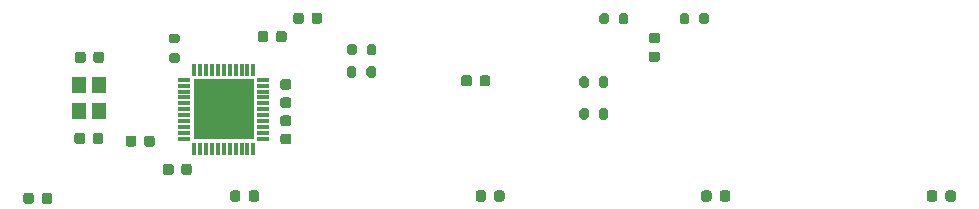
<source format=gbr>
%TF.GenerationSoftware,KiCad,Pcbnew,(5.1.7)-1*%
%TF.CreationDate,2021-01-12T02:41:31-08:00*%
%TF.ProjectId,pain5,7061696e-352e-46b6-9963-61645f706362,rev?*%
%TF.SameCoordinates,Original*%
%TF.FileFunction,Paste,Top*%
%TF.FilePolarity,Positive*%
%FSLAX46Y46*%
G04 Gerber Fmt 4.6, Leading zero omitted, Abs format (unit mm)*
G04 Created by KiCad (PCBNEW (5.1.7)-1) date 2021-01-12 02:41:31*
%MOMM*%
%LPD*%
G01*
G04 APERTURE LIST*
%ADD10R,5.080000X5.080000*%
%ADD11R,0.300000X1.000000*%
%ADD12R,1.000000X0.300000*%
%ADD13R,1.200000X1.400000*%
G04 APERTURE END LIST*
%TO.C,C1*%
G36*
G01*
X130550000Y-76270000D02*
X130550000Y-76770000D01*
G75*
G02*
X130325000Y-76995000I-225000J0D01*
G01*
X129875000Y-76995000D01*
G75*
G02*
X129650000Y-76770000I0J225000D01*
G01*
X129650000Y-76270000D01*
G75*
G02*
X129875000Y-76045000I225000J0D01*
G01*
X130325000Y-76045000D01*
G75*
G02*
X130550000Y-76270000I0J-225000D01*
G01*
G37*
G36*
G01*
X129000000Y-76270000D02*
X129000000Y-76770000D01*
G75*
G02*
X128775000Y-76995000I-225000J0D01*
G01*
X128325000Y-76995000D01*
G75*
G02*
X128100000Y-76770000I0J225000D01*
G01*
X128100000Y-76270000D01*
G75*
G02*
X128325000Y-76045000I225000J0D01*
G01*
X128775000Y-76045000D01*
G75*
G02*
X129000000Y-76270000I0J-225000D01*
G01*
G37*
%TD*%
%TO.C,C2*%
G36*
G01*
X130600000Y-69412000D02*
X130600000Y-69912000D01*
G75*
G02*
X130375000Y-70137000I-225000J0D01*
G01*
X129925000Y-70137000D01*
G75*
G02*
X129700000Y-69912000I0J225000D01*
G01*
X129700000Y-69412000D01*
G75*
G02*
X129925000Y-69187000I225000J0D01*
G01*
X130375000Y-69187000D01*
G75*
G02*
X130600000Y-69412000I0J-225000D01*
G01*
G37*
G36*
G01*
X129050000Y-69412000D02*
X129050000Y-69912000D01*
G75*
G02*
X128825000Y-70137000I-225000J0D01*
G01*
X128375000Y-70137000D01*
G75*
G02*
X128150000Y-69912000I0J225000D01*
G01*
X128150000Y-69412000D01*
G75*
G02*
X128375000Y-69187000I225000J0D01*
G01*
X128825000Y-69187000D01*
G75*
G02*
X129050000Y-69412000I0J-225000D01*
G01*
G37*
%TD*%
%TO.C,C3*%
G36*
G01*
X133350000Y-76500000D02*
X133350000Y-77000000D01*
G75*
G02*
X133125000Y-77225000I-225000J0D01*
G01*
X132675000Y-77225000D01*
G75*
G02*
X132450000Y-77000000I0J225000D01*
G01*
X132450000Y-76500000D01*
G75*
G02*
X132675000Y-76275000I225000J0D01*
G01*
X133125000Y-76275000D01*
G75*
G02*
X133350000Y-76500000I0J-225000D01*
G01*
G37*
G36*
G01*
X134900000Y-76500000D02*
X134900000Y-77000000D01*
G75*
G02*
X134675000Y-77225000I-225000J0D01*
G01*
X134225000Y-77225000D01*
G75*
G02*
X134000000Y-77000000I0J225000D01*
G01*
X134000000Y-76500000D01*
G75*
G02*
X134225000Y-76275000I225000J0D01*
G01*
X134675000Y-76275000D01*
G75*
G02*
X134900000Y-76500000I0J-225000D01*
G01*
G37*
%TD*%
%TO.C,C4*%
G36*
G01*
X138050000Y-78900000D02*
X138050000Y-79400000D01*
G75*
G02*
X137825000Y-79625000I-225000J0D01*
G01*
X137375000Y-79625000D01*
G75*
G02*
X137150000Y-79400000I0J225000D01*
G01*
X137150000Y-78900000D01*
G75*
G02*
X137375000Y-78675000I225000J0D01*
G01*
X137825000Y-78675000D01*
G75*
G02*
X138050000Y-78900000I0J-225000D01*
G01*
G37*
G36*
G01*
X136500000Y-78900000D02*
X136500000Y-79400000D01*
G75*
G02*
X136275000Y-79625000I-225000J0D01*
G01*
X135825000Y-79625000D01*
G75*
G02*
X135600000Y-79400000I0J225000D01*
G01*
X135600000Y-78900000D01*
G75*
G02*
X135825000Y-78675000I225000J0D01*
G01*
X136275000Y-78675000D01*
G75*
G02*
X136500000Y-78900000I0J-225000D01*
G01*
G37*
%TD*%
%TO.C,C5*%
G36*
G01*
X145750000Y-73050000D02*
X146250000Y-73050000D01*
G75*
G02*
X146475000Y-73275000I0J-225000D01*
G01*
X146475000Y-73725000D01*
G75*
G02*
X146250000Y-73950000I-225000J0D01*
G01*
X145750000Y-73950000D01*
G75*
G02*
X145525000Y-73725000I0J225000D01*
G01*
X145525000Y-73275000D01*
G75*
G02*
X145750000Y-73050000I225000J0D01*
G01*
G37*
G36*
G01*
X145750000Y-71500000D02*
X146250000Y-71500000D01*
G75*
G02*
X146475000Y-71725000I0J-225000D01*
G01*
X146475000Y-72175000D01*
G75*
G02*
X146250000Y-72400000I-225000J0D01*
G01*
X145750000Y-72400000D01*
G75*
G02*
X145525000Y-72175000I0J225000D01*
G01*
X145525000Y-71725000D01*
G75*
G02*
X145750000Y-71500000I225000J0D01*
G01*
G37*
%TD*%
%TO.C,C6*%
G36*
G01*
X146250000Y-77025000D02*
X145750000Y-77025000D01*
G75*
G02*
X145525000Y-76800000I0J225000D01*
G01*
X145525000Y-76350000D01*
G75*
G02*
X145750000Y-76125000I225000J0D01*
G01*
X146250000Y-76125000D01*
G75*
G02*
X146475000Y-76350000I0J-225000D01*
G01*
X146475000Y-76800000D01*
G75*
G02*
X146250000Y-77025000I-225000J0D01*
G01*
G37*
G36*
G01*
X146250000Y-75475000D02*
X145750000Y-75475000D01*
G75*
G02*
X145525000Y-75250000I0J225000D01*
G01*
X145525000Y-74800000D01*
G75*
G02*
X145750000Y-74575000I225000J0D01*
G01*
X146250000Y-74575000D01*
G75*
G02*
X146475000Y-74800000I0J-225000D01*
G01*
X146475000Y-75250000D01*
G75*
G02*
X146250000Y-75475000I-225000J0D01*
G01*
G37*
%TD*%
%TO.C,C7*%
G36*
G01*
X147525000Y-66100000D02*
X147525000Y-66600000D01*
G75*
G02*
X147300000Y-66825000I-225000J0D01*
G01*
X146850000Y-66825000D01*
G75*
G02*
X146625000Y-66600000I0J225000D01*
G01*
X146625000Y-66100000D01*
G75*
G02*
X146850000Y-65875000I225000J0D01*
G01*
X147300000Y-65875000D01*
G75*
G02*
X147525000Y-66100000I0J-225000D01*
G01*
G37*
G36*
G01*
X149075000Y-66100000D02*
X149075000Y-66600000D01*
G75*
G02*
X148850000Y-66825000I-225000J0D01*
G01*
X148400000Y-66825000D01*
G75*
G02*
X148175000Y-66600000I0J225000D01*
G01*
X148175000Y-66100000D01*
G75*
G02*
X148400000Y-65875000I225000J0D01*
G01*
X148850000Y-65875000D01*
G75*
G02*
X149075000Y-66100000I0J-225000D01*
G01*
G37*
%TD*%
%TO.C,C8*%
G36*
G01*
X163300000Y-71400000D02*
X163300000Y-71900000D01*
G75*
G02*
X163075000Y-72125000I-225000J0D01*
G01*
X162625000Y-72125000D01*
G75*
G02*
X162400000Y-71900000I0J225000D01*
G01*
X162400000Y-71400000D01*
G75*
G02*
X162625000Y-71175000I225000J0D01*
G01*
X163075000Y-71175000D01*
G75*
G02*
X163300000Y-71400000I0J-225000D01*
G01*
G37*
G36*
G01*
X161750000Y-71400000D02*
X161750000Y-71900000D01*
G75*
G02*
X161525000Y-72125000I-225000J0D01*
G01*
X161075000Y-72125000D01*
G75*
G02*
X160850000Y-71900000I0J225000D01*
G01*
X160850000Y-71400000D01*
G75*
G02*
X161075000Y-71175000I225000J0D01*
G01*
X161525000Y-71175000D01*
G75*
G02*
X161750000Y-71400000I0J-225000D01*
G01*
G37*
%TD*%
%TO.C,C9*%
G36*
G01*
X145175000Y-68150000D02*
X145175000Y-67650000D01*
G75*
G02*
X145400000Y-67425000I225000J0D01*
G01*
X145850000Y-67425000D01*
G75*
G02*
X146075000Y-67650000I0J-225000D01*
G01*
X146075000Y-68150000D01*
G75*
G02*
X145850000Y-68375000I-225000J0D01*
G01*
X145400000Y-68375000D01*
G75*
G02*
X145175000Y-68150000I0J225000D01*
G01*
G37*
G36*
G01*
X143625000Y-68150000D02*
X143625000Y-67650000D01*
G75*
G02*
X143850000Y-67425000I225000J0D01*
G01*
X144300000Y-67425000D01*
G75*
G02*
X144525000Y-67650000I0J-225000D01*
G01*
X144525000Y-68150000D01*
G75*
G02*
X144300000Y-68375000I-225000J0D01*
G01*
X143850000Y-68375000D01*
G75*
G02*
X143625000Y-68150000I0J225000D01*
G01*
G37*
%TD*%
%TO.C,D1*%
G36*
G01*
X126225000Y-81343750D02*
X126225000Y-81856250D01*
G75*
G02*
X126006250Y-82075000I-218750J0D01*
G01*
X125568750Y-82075000D01*
G75*
G02*
X125350000Y-81856250I0J218750D01*
G01*
X125350000Y-81343750D01*
G75*
G02*
X125568750Y-81125000I218750J0D01*
G01*
X126006250Y-81125000D01*
G75*
G02*
X126225000Y-81343750I0J-218750D01*
G01*
G37*
G36*
G01*
X124650000Y-81343750D02*
X124650000Y-81856250D01*
G75*
G02*
X124431250Y-82075000I-218750J0D01*
G01*
X123993750Y-82075000D01*
G75*
G02*
X123775000Y-81856250I0J218750D01*
G01*
X123775000Y-81343750D01*
G75*
G02*
X123993750Y-81125000I218750J0D01*
G01*
X124431250Y-81125000D01*
G75*
G02*
X124650000Y-81343750I0J-218750D01*
G01*
G37*
%TD*%
%TO.C,D2*%
G36*
G01*
X141287500Y-81656250D02*
X141287500Y-81143750D01*
G75*
G02*
X141506250Y-80925000I218750J0D01*
G01*
X141943750Y-80925000D01*
G75*
G02*
X142162500Y-81143750I0J-218750D01*
G01*
X142162500Y-81656250D01*
G75*
G02*
X141943750Y-81875000I-218750J0D01*
G01*
X141506250Y-81875000D01*
G75*
G02*
X141287500Y-81656250I0J218750D01*
G01*
G37*
G36*
G01*
X142862500Y-81656250D02*
X142862500Y-81143750D01*
G75*
G02*
X143081250Y-80925000I218750J0D01*
G01*
X143518750Y-80925000D01*
G75*
G02*
X143737500Y-81143750I0J-218750D01*
G01*
X143737500Y-81656250D01*
G75*
G02*
X143518750Y-81875000I-218750J0D01*
G01*
X143081250Y-81875000D01*
G75*
G02*
X142862500Y-81656250I0J218750D01*
G01*
G37*
%TD*%
%TO.C,D3*%
G36*
G01*
X162950000Y-81143750D02*
X162950000Y-81656250D01*
G75*
G02*
X162731250Y-81875000I-218750J0D01*
G01*
X162293750Y-81875000D01*
G75*
G02*
X162075000Y-81656250I0J218750D01*
G01*
X162075000Y-81143750D01*
G75*
G02*
X162293750Y-80925000I218750J0D01*
G01*
X162731250Y-80925000D01*
G75*
G02*
X162950000Y-81143750I0J-218750D01*
G01*
G37*
G36*
G01*
X164525000Y-81143750D02*
X164525000Y-81656250D01*
G75*
G02*
X164306250Y-81875000I-218750J0D01*
G01*
X163868750Y-81875000D01*
G75*
G02*
X163650000Y-81656250I0J218750D01*
G01*
X163650000Y-81143750D01*
G75*
G02*
X163868750Y-80925000I218750J0D01*
G01*
X164306250Y-80925000D01*
G75*
G02*
X164525000Y-81143750I0J-218750D01*
G01*
G37*
%TD*%
%TO.C,D4*%
G36*
G01*
X183625000Y-81143750D02*
X183625000Y-81656250D01*
G75*
G02*
X183406250Y-81875000I-218750J0D01*
G01*
X182968750Y-81875000D01*
G75*
G02*
X182750000Y-81656250I0J218750D01*
G01*
X182750000Y-81143750D01*
G75*
G02*
X182968750Y-80925000I218750J0D01*
G01*
X183406250Y-80925000D01*
G75*
G02*
X183625000Y-81143750I0J-218750D01*
G01*
G37*
G36*
G01*
X182050000Y-81143750D02*
X182050000Y-81656250D01*
G75*
G02*
X181831250Y-81875000I-218750J0D01*
G01*
X181393750Y-81875000D01*
G75*
G02*
X181175000Y-81656250I0J218750D01*
G01*
X181175000Y-81143750D01*
G75*
G02*
X181393750Y-80925000I218750J0D01*
G01*
X181831250Y-80925000D01*
G75*
G02*
X182050000Y-81143750I0J-218750D01*
G01*
G37*
%TD*%
%TO.C,D5*%
G36*
G01*
X201150000Y-81143750D02*
X201150000Y-81656250D01*
G75*
G02*
X200931250Y-81875000I-218750J0D01*
G01*
X200493750Y-81875000D01*
G75*
G02*
X200275000Y-81656250I0J218750D01*
G01*
X200275000Y-81143750D01*
G75*
G02*
X200493750Y-80925000I218750J0D01*
G01*
X200931250Y-80925000D01*
G75*
G02*
X201150000Y-81143750I0J-218750D01*
G01*
G37*
G36*
G01*
X202725000Y-81143750D02*
X202725000Y-81656250D01*
G75*
G02*
X202506250Y-81875000I-218750J0D01*
G01*
X202068750Y-81875000D01*
G75*
G02*
X201850000Y-81656250I0J218750D01*
G01*
X201850000Y-81143750D01*
G75*
G02*
X202068750Y-80925000I218750J0D01*
G01*
X202506250Y-80925000D01*
G75*
G02*
X202725000Y-81143750I0J-218750D01*
G01*
G37*
%TD*%
%TO.C,D6*%
G36*
G01*
X177456250Y-70037500D02*
X176943750Y-70037500D01*
G75*
G02*
X176725000Y-69818750I0J218750D01*
G01*
X176725000Y-69381250D01*
G75*
G02*
X176943750Y-69162500I218750J0D01*
G01*
X177456250Y-69162500D01*
G75*
G02*
X177675000Y-69381250I0J-218750D01*
G01*
X177675000Y-69818750D01*
G75*
G02*
X177456250Y-70037500I-218750J0D01*
G01*
G37*
G36*
G01*
X177456250Y-68462500D02*
X176943750Y-68462500D01*
G75*
G02*
X176725000Y-68243750I0J218750D01*
G01*
X176725000Y-67806250D01*
G75*
G02*
X176943750Y-67587500I218750J0D01*
G01*
X177456250Y-67587500D01*
G75*
G02*
X177675000Y-67806250I0J-218750D01*
G01*
X177675000Y-68243750D01*
G75*
G02*
X177456250Y-68462500I-218750J0D01*
G01*
G37*
%TD*%
%TO.C,R1*%
G36*
G01*
X151175000Y-71175000D02*
X151175000Y-70625000D01*
G75*
G02*
X151375000Y-70425000I200000J0D01*
G01*
X151775000Y-70425000D01*
G75*
G02*
X151975000Y-70625000I0J-200000D01*
G01*
X151975000Y-71175000D01*
G75*
G02*
X151775000Y-71375000I-200000J0D01*
G01*
X151375000Y-71375000D01*
G75*
G02*
X151175000Y-71175000I0J200000D01*
G01*
G37*
G36*
G01*
X152825000Y-71175000D02*
X152825000Y-70625000D01*
G75*
G02*
X153025000Y-70425000I200000J0D01*
G01*
X153425000Y-70425000D01*
G75*
G02*
X153625000Y-70625000I0J-200000D01*
G01*
X153625000Y-71175000D01*
G75*
G02*
X153425000Y-71375000I-200000J0D01*
G01*
X153025000Y-71375000D01*
G75*
G02*
X152825000Y-71175000I0J200000D01*
G01*
G37*
%TD*%
%TO.C,R2*%
G36*
G01*
X151200000Y-69275000D02*
X151200000Y-68725000D01*
G75*
G02*
X151400000Y-68525000I200000J0D01*
G01*
X151800000Y-68525000D01*
G75*
G02*
X152000000Y-68725000I0J-200000D01*
G01*
X152000000Y-69275000D01*
G75*
G02*
X151800000Y-69475000I-200000J0D01*
G01*
X151400000Y-69475000D01*
G75*
G02*
X151200000Y-69275000I0J200000D01*
G01*
G37*
G36*
G01*
X152850000Y-69275000D02*
X152850000Y-68725000D01*
G75*
G02*
X153050000Y-68525000I200000J0D01*
G01*
X153450000Y-68525000D01*
G75*
G02*
X153650000Y-68725000I0J-200000D01*
G01*
X153650000Y-69275000D01*
G75*
G02*
X153450000Y-69475000I-200000J0D01*
G01*
X153050000Y-69475000D01*
G75*
G02*
X152850000Y-69275000I0J200000D01*
G01*
G37*
%TD*%
%TO.C,R3*%
G36*
G01*
X172500000Y-74725000D02*
X172500000Y-74175000D01*
G75*
G02*
X172700000Y-73975000I200000J0D01*
G01*
X173100000Y-73975000D01*
G75*
G02*
X173300000Y-74175000I0J-200000D01*
G01*
X173300000Y-74725000D01*
G75*
G02*
X173100000Y-74925000I-200000J0D01*
G01*
X172700000Y-74925000D01*
G75*
G02*
X172500000Y-74725000I0J200000D01*
G01*
G37*
G36*
G01*
X170850000Y-74725000D02*
X170850000Y-74175000D01*
G75*
G02*
X171050000Y-73975000I200000J0D01*
G01*
X171450000Y-73975000D01*
G75*
G02*
X171650000Y-74175000I0J-200000D01*
G01*
X171650000Y-74725000D01*
G75*
G02*
X171450000Y-74925000I-200000J0D01*
G01*
X171050000Y-74925000D01*
G75*
G02*
X170850000Y-74725000I0J200000D01*
G01*
G37*
%TD*%
%TO.C,R4*%
G36*
G01*
X170850000Y-72025000D02*
X170850000Y-71475000D01*
G75*
G02*
X171050000Y-71275000I200000J0D01*
G01*
X171450000Y-71275000D01*
G75*
G02*
X171650000Y-71475000I0J-200000D01*
G01*
X171650000Y-72025000D01*
G75*
G02*
X171450000Y-72225000I-200000J0D01*
G01*
X171050000Y-72225000D01*
G75*
G02*
X170850000Y-72025000I0J200000D01*
G01*
G37*
G36*
G01*
X172500000Y-72025000D02*
X172500000Y-71475000D01*
G75*
G02*
X172700000Y-71275000I200000J0D01*
G01*
X173100000Y-71275000D01*
G75*
G02*
X173300000Y-71475000I0J-200000D01*
G01*
X173300000Y-72025000D01*
G75*
G02*
X173100000Y-72225000I-200000J0D01*
G01*
X172700000Y-72225000D01*
G75*
G02*
X172500000Y-72025000I0J200000D01*
G01*
G37*
%TD*%
%TO.C,R5*%
G36*
G01*
X136825000Y-68475000D02*
X136275000Y-68475000D01*
G75*
G02*
X136075000Y-68275000I0J200000D01*
G01*
X136075000Y-67875000D01*
G75*
G02*
X136275000Y-67675000I200000J0D01*
G01*
X136825000Y-67675000D01*
G75*
G02*
X137025000Y-67875000I0J-200000D01*
G01*
X137025000Y-68275000D01*
G75*
G02*
X136825000Y-68475000I-200000J0D01*
G01*
G37*
G36*
G01*
X136825000Y-70125000D02*
X136275000Y-70125000D01*
G75*
G02*
X136075000Y-69925000I0J200000D01*
G01*
X136075000Y-69525000D01*
G75*
G02*
X136275000Y-69325000I200000J0D01*
G01*
X136825000Y-69325000D01*
G75*
G02*
X137025000Y-69525000I0J-200000D01*
G01*
X137025000Y-69925000D01*
G75*
G02*
X136825000Y-70125000I-200000J0D01*
G01*
G37*
%TD*%
D10*
%TO.C,U1*%
X140750000Y-74050000D03*
D11*
X143250000Y-70700000D03*
X142750000Y-70700000D03*
X142250000Y-70700000D03*
X141750000Y-70700000D03*
X141250000Y-70700000D03*
X140750000Y-70700000D03*
X140250000Y-70700000D03*
X139750000Y-70700000D03*
X139250000Y-70700000D03*
X138750000Y-70700000D03*
X138250000Y-70700000D03*
D12*
X137400000Y-71550000D03*
X137400000Y-72050000D03*
X137400000Y-72550000D03*
X137400000Y-73050000D03*
X137400000Y-73550000D03*
X137400000Y-74050000D03*
X137400000Y-74550000D03*
X137400000Y-75050000D03*
X137400000Y-75550000D03*
X137400000Y-76050000D03*
X137400000Y-76550000D03*
D11*
X138250000Y-77400000D03*
X138750000Y-77400000D03*
X139250000Y-77400000D03*
X139750000Y-77400000D03*
X140250000Y-77400000D03*
X140750000Y-77400000D03*
X141250000Y-77400000D03*
X141750000Y-77400000D03*
X142250000Y-77400000D03*
X142750000Y-77400000D03*
X143250000Y-77400000D03*
D12*
X144100000Y-76550000D03*
X144100000Y-76050000D03*
X144100000Y-75550000D03*
X144100000Y-75050000D03*
X144100000Y-74550000D03*
X144100000Y-74050000D03*
X144100000Y-73550000D03*
X144100000Y-73050000D03*
X144100000Y-72550000D03*
X144100000Y-72050000D03*
X144100000Y-71550000D03*
%TD*%
D13*
%TO.C,Y1*%
X130150000Y-74175000D03*
X130150000Y-71975000D03*
X128450000Y-71975000D03*
X128450000Y-74175000D03*
%TD*%
%TO.C,R6*%
G36*
G01*
X174200000Y-66675000D02*
X174200000Y-66125000D01*
G75*
G02*
X174400000Y-65925000I200000J0D01*
G01*
X174800000Y-65925000D01*
G75*
G02*
X175000000Y-66125000I0J-200000D01*
G01*
X175000000Y-66675000D01*
G75*
G02*
X174800000Y-66875000I-200000J0D01*
G01*
X174400000Y-66875000D01*
G75*
G02*
X174200000Y-66675000I0J200000D01*
G01*
G37*
G36*
G01*
X172550000Y-66675000D02*
X172550000Y-66125000D01*
G75*
G02*
X172750000Y-65925000I200000J0D01*
G01*
X173150000Y-65925000D01*
G75*
G02*
X173350000Y-66125000I0J-200000D01*
G01*
X173350000Y-66675000D01*
G75*
G02*
X173150000Y-66875000I-200000J0D01*
G01*
X172750000Y-66875000D01*
G75*
G02*
X172550000Y-66675000I0J200000D01*
G01*
G37*
%TD*%
%TO.C,R7*%
G36*
G01*
X179350000Y-66675000D02*
X179350000Y-66125000D01*
G75*
G02*
X179550000Y-65925000I200000J0D01*
G01*
X179950000Y-65925000D01*
G75*
G02*
X180150000Y-66125000I0J-200000D01*
G01*
X180150000Y-66675000D01*
G75*
G02*
X179950000Y-66875000I-200000J0D01*
G01*
X179550000Y-66875000D01*
G75*
G02*
X179350000Y-66675000I0J200000D01*
G01*
G37*
G36*
G01*
X181000000Y-66675000D02*
X181000000Y-66125000D01*
G75*
G02*
X181200000Y-65925000I200000J0D01*
G01*
X181600000Y-65925000D01*
G75*
G02*
X181800000Y-66125000I0J-200000D01*
G01*
X181800000Y-66675000D01*
G75*
G02*
X181600000Y-66875000I-200000J0D01*
G01*
X181200000Y-66875000D01*
G75*
G02*
X181000000Y-66675000I0J200000D01*
G01*
G37*
%TD*%
M02*

</source>
